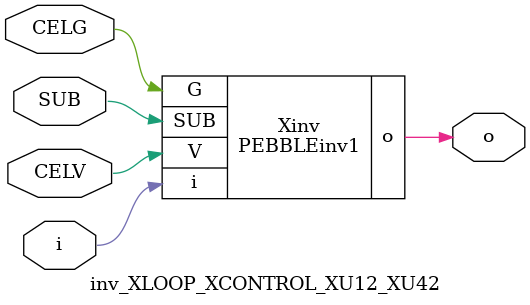
<source format=v>



module PEBBLEinv1 ( o, G, SUB, V, i );

  input V;
  input i;
  input G;
  output o;
  input SUB;
endmodule

//Celera Confidential Do Not Copy inv_XLOOP_XCONTROL_XU12_XU42
//Celera Confidential Symbol Generator
//5V Inverter
module inv_XLOOP_XCONTROL_XU12_XU42 (CELV,CELG,i,o,SUB);
input CELV;
input CELG;
input i;
input SUB;
output o;

//Celera Confidential Do Not Copy inv
PEBBLEinv1 Xinv(
.V (CELV),
.i (i),
.o (o),
.SUB (SUB),
.G (CELG)
);
//,diesize,PEBBLEinv1

//Celera Confidential Do Not Copy Module End
//Celera Schematic Generator
endmodule

</source>
